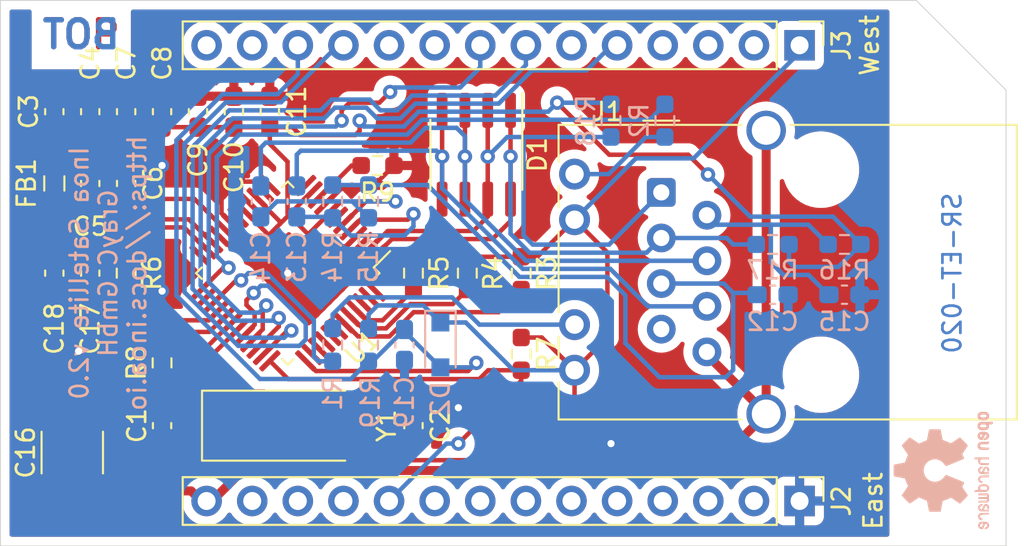
<source format=kicad_pcb>
(kicad_pcb (version 20211014) (generator pcbnew)
  (layers (0 "F.Cu" signal) (31 "B.Cu" signal) (34 "B.Paste" user) (35 "F.Paste" user) (36 "B.SilkS" user "B.Silkscreen") (37 "F.SilkS" user "F.Silkscreen") (38 "B.Mask" user) (39 "F.Mask" user) (44 "Edge.Cuts" user))
  (net 0 "")
  (net 14 "Net-(J1-Pad11)")
  (net 15 "Net-(J1-Pad9)")
  (net 16 "Net-(C2-Pad1)")
  (net 17 "Net-(C1-Pad1)")
  (net 18 "RXP")
  (net 19 "RXN")
  (net 20 "+3V3")
  (net 21 "LED_LINK")
  (net 22 "LED_ACT")
  (net 23 "Net-(R3-Pad2)")
  (net 24 "Net-(R4-Pad2)")
  (net 25 "Net-(R5-Pad2)")
  (net 26 "SPI_MOSI")
  (net 27 "SPI_MISO")
  (net 28 "SPI_CLK")
  (net 29 "LAN_CS")
  (net 30 "GND")
  (net 47 "Net-(C5-Pad1)")
  (net 48 "Net-(C6-Pad1)")
  (net 49 "GNDPWR")
  (net 50 "+3.3VA")
  (net 51 "Net-(R9-Pad1)")
  (net 53 "LAN_Int")
  (net 56 "LAN_Reset")
  (net 57 "Net-(R6-Pad1)")
  (net 58 "RCT")
  (net 59 "TCT")
  (net 60 "TD+")
  (net 61 "TD-")
  (net 62 "RD+")
  (net 63 "RD-")
  (footprint "Crystal:Crystal_SMD_0603-2Pin_6.0x3.5mm_HandSoldering" (layer "F.Cu") (at 116 103.5)
    (fp_text reference "Y1")
    (fp_text value "25MHz")
  )
  (footprint "Package_SO:SOIC-8_3.9x4.9mm_P1.27mm" (layer "F.Cu") (at 126.5 88.4 -90)
    (fp_text reference "D1")
    (fp_text value "CDNBS08-SLVU2.8-4")
  )
  (footprint "Resistor_SMD:R_0603_1608Metric_Pad0.98x0.95mm_HandSolder" (layer "F.Cu") (at 129 95 -90)
    (fp_text reference "R3")
    (fp_text value "10k")
  )
  (footprint "Resistor_SMD:R_0603_1608Metric_Pad0.98x0.95mm_HandSolder" (layer "F.Cu") (at 123 95 -90)
    (fp_text reference "R5")
    (fp_text value "10k")
  )
  (footprint "Resistor_SMD:R_0603_1608Metric_Pad0.98x0.95mm_HandSolder" (layer "F.Cu") (at 129 99.5 -90)
    (fp_text reference "R7")
    (fp_text value "10k")
  )
  (footprint "Connector_PinHeader_2.54mm:PinHeader_1x14_P2.54mm_Vertical" (layer "F.Cu") (at 144.5 82.3 -90)
    (fp_text reference "J3")
    (fp_text value "West")
  )
  (footprint "Capacitor_SMD:C_0603_1608Metric_Pad1.08x0.95mm_HandSolder" (layer "F.Cu") (at 109 103.5 -90)
    (fp_text reference "C1")
    (fp_text value "18pF")
  )
  (footprint "Capacitor_SMD:C_0603_1608Metric_Pad1.08x0.95mm_HandSolder" (layer "F.Cu") (at 123 103.5 90)
    (fp_text reference "C2")
    (fp_text value "18pF")
  )
  (footprint "Capacitor_SMD:C_0603_1608Metric_Pad1.08x0.95mm_HandSolder" (layer "F.Cu") (at 107 90 90)
    (fp_text reference "C6")
    (fp_text value "4u7")
  )
  (footprint "Capacitor_SMD:C_0603_1608Metric_Pad1.08x0.95mm_HandSolder" (layer "F.Cu") (at 105 90 90)
    (fp_text reference "C5")
    (fp_text value "10nF")
  )
  (footprint "Connector_RJ:RJ45_Wuerth_7499010121A_Horizontal" (layer "F.Cu") (at 136.8 90.5)
    (fp_text reference "J1")
    (fp_text value "Wuerth_7499010121A")
  )
  (footprint "Connector_PinHeader_2.54mm:PinHeader_1x14_P2.54mm_Vertical" (layer "F.Cu") (at 144.5 107.7 -90)
    (fp_text reference "J2")
    (fp_text value "East")
  )
  (footprint "Capacitor_SMD:C_1812_4532Metric_Pad1.57x3.40mm_HandSolder" (layer "F.Cu") (at 104 105 -90)
    (fp_text reference "C16")
    (fp_text value "1nF 2kV")
  )
  (footprint "Capacitor_SMD:C_0603_1608Metric_Pad1.08x0.95mm_HandSolder" (layer "F.Cu") (at 111 86 90)
    (fp_text reference "C9")
    (fp_text value "0u1")
  )
  (footprint "Capacitor_SMD:C_0603_1608Metric_Pad1.08x0.95mm_HandSolder" (layer "F.Cu") (at 113 86 90)
    (fp_text reference "C10")
    (fp_text value "0u1")
  )
  (footprint "Capacitor_SMD:C_0603_1608Metric_Pad1.08x0.95mm_HandSolder" (layer "F.Cu") (at 115 86 90)
    (fp_text reference "C11")
    (fp_text value "10uF")
  )
  (footprint "Capacitor_SMD:C_0603_1608Metric_Pad1.08x0.95mm_HandSolder" (layer "F.Cu") (at 105 95 -90)
    (fp_text reference "C17")
    (fp_text value "10nF")
  )
  (footprint "Capacitor_SMD:C_0603_1608Metric_Pad1.08x0.95mm_HandSolder" (layer "F.Cu") (at 103 95 -90)
    (fp_text reference "C18")
    (fp_text value "0u1")
  )
  (footprint "Resistor_SMD:R_0603_1608Metric_Pad0.98x0.95mm_HandSolder" (layer "F.Cu") (at 121 89)
    (fp_text reference "R9")
    (fp_text value "12k4 1%")
  )
  (footprint "Resistor_SMD:R_0603_1608Metric_Pad0.98x0.95mm_HandSolder" (layer "F.Cu") (at 109 100 90)
    (fp_text reference "R8")
    (fp_text value "1M")
  )
  (footprint "Resistor_SMD:R_0603_1608Metric_Pad0.98x0.95mm_HandSolder" (layer "F.Cu") (at 126 95 -90)
    (fp_text reference "R4")
    (fp_text value "10k")
  )
  (footprint "Capacitor_SMD:C_0603_1608Metric_Pad1.08x0.95mm_HandSolder" (layer "F.Cu") (at 105 86 90)
    (fp_text reference "C4")
    (fp_text value "0u1")
  )
  (footprint "Capacitor_SMD:C_0603_1608Metric_Pad1.08x0.95mm_HandSolder" (layer "F.Cu") (at 107 86 90)
    (fp_text reference "C7")
    (fp_text value "0u1")
  )
  (footprint "Capacitor_SMD:C_0603_1608Metric_Pad1.08x0.95mm_HandSolder" (layer "F.Cu") (at 109 86 90)
    (fp_text reference "C8")
    (fp_text value "0u1")
  )
  (footprint "Resistor_SMD:R_0603_1608Metric_Pad0.98x0.95mm_HandSolder" (layer "F.Cu") (at 107 95 -90)
    (fp_text reference "R6")
    (fp_text value "10k")
  )
  (footprint "Package_QFP:LQFP-48_7x7mm_P0.5mm" (layer "F.Cu") (at 116 95 -135)
    (fp_text reference "U1")
    (fp_text value "W5500")
  )
  (footprint "Capacitor_SMD:C_0603_1608Metric_Pad1.08x0.95mm_HandSolder" (layer "F.Cu") (at 103 86 90)
    (fp_text reference "C3")
    (fp_text value "0u1")
  )
  (footprint "Inductor_SMD:L_0805_2012Metric" (layer "F.Cu") (at 103 90 90)
    (fp_text reference "FB1")
    (fp_text value "120R@100MHz")
  )
  (footprint "Resistor_SMD:R_0603_1608Metric_Pad0.98x0.95mm_HandSolder" (layer "B.Cu") (at 118.5 99 90)
    (fp_text reference "R1")
    (fp_text value "330R")
  )
  (footprint "Resistor_SMD:R_0603_1608Metric_Pad0.98x0.95mm_HandSolder" (layer "B.Cu") (at 137 86.5 -90)
    (fp_text reference "R2")
    (fp_text value "330R")
  )
  (footprint "Capacitor_SMD:C_0603_1608Metric_Pad1.08x0.95mm_HandSolder" (layer "B.Cu") (at 143 96.2 180)
    (fp_text reference "C12")
    (fp_text value "10nF")
  )
  (footprint "Capacitor_SMD:C_0603_1608Metric_Pad1.08x0.95mm_HandSolder" (layer "B.Cu") (at 114.5 91 90)
    (fp_text reference "C14")
    (fp_text value "6n8")
  )
  (footprint "Capacitor_SMD:C_0603_1608Metric_Pad1.08x0.95mm_HandSolder" (layer "B.Cu") (at 147 96.2 180)
    (fp_text reference "C15")
    (fp_text value "22nF")
  )
  (footprint "Resistor_SMD:R_0603_1608Metric_Pad0.98x0.95mm_HandSolder" (layer "B.Cu") (at 118.5 91 -90)
    (fp_text reference "R14")
    (fp_text value "82R 1%")
  )
  (footprint "Resistor_SMD:R_0603_1608Metric_Pad0.98x0.95mm_HandSolder" (layer "B.Cu") (at 120.5 91 -90)
    (fp_text reference "R15")
    (fp_text value "82R 1%")
  )
  (footprint "Resistor_SMD:R_0603_1608Metric_Pad0.98x0.95mm_HandSolder" (layer "B.Cu") (at 147 93.4)
    (fp_text reference "R16")
    (fp_text value "10R 1%")
  )
  (footprint "Resistor_SMD:R_0603_1608Metric_Pad0.98x0.95mm_HandSolder" (layer "B.Cu") (at 143 93.4)
    (fp_text reference "R17")
    (fp_text value "49R9 1%")
  )
  (footprint "Resistor_SMD:R_0603_1608Metric_Pad0.98x0.95mm_HandSolder" (layer "B.Cu") (at 134 86.5 90)
    (fp_text reference "R18")
    (fp_text value "49R9 1%")
  )
  (footprint "Capacitor_SMD:C_0603_1608Metric_Pad1.08x0.95mm_HandSolder" (layer "B.Cu") (at 116.5 91 90)
    (fp_text reference "C13")
    (fp_text value "6n8")
  )
  (footprint "Capacitor_SMD:C_0603_1608Metric_Pad1.08x0.95mm_HandSolder" (layer "B.Cu") (at 122.5 99 -90)
    (fp_text reference "C19")
    (fp_text value "0u1")
  )
  (footprint "Diode_SMD:D_SOD-323_HandSoldering" (layer "B.Cu") (at 124.5 99 -90)
    (fp_text reference "D2")
    (fp_text value "1N4148")
  )
  (footprint "footprints:grayc-logo-negative" (layer "B.Cu") (at 103 106.5 180)
    (fp_text reference "G1" hide)
    (fp_text value "LOGO" hide)
  )
  (footprint "Resistor_SMD:R_0603_1608Metric_Pad0.98x0.95mm_HandSolder" (layer "B.Cu") (at 120.5 99 -90)
    (fp_text reference "R19")
    (fp_text value "10k")
  )
  (footprint "Symbol:OSHW-Logo2_7.3x6mm_SilkScreen" (layer "B.Cu") (at 152.5 106 -90)
    (fp_text reference "G2" hide)
    (fp_text value "Logo_Open_Hardware_Small" hide)
  )
  (gr_line (start 100 110.2) (end 100 79.8) (layer "Edge.Cuts") (width 0.05))
  (gr_line (start 156 84.8) (end 156 110.2) (layer "Edge.Cuts") (width 0.05))
  (gr_line (start 156 84.8) (end 151 79.8) (layer "Edge.Cuts") (width 0.05))
  (gr_line (start 156 110.2) (end 100 110.2) (layer "Edge.Cuts") (width 0.05))
  (gr_line (start 100 79.8) (end 151 79.8) (layer "Edge.Cuts") (width 0.05))
  (gr_text "TOP" (at 104.5 81.7) (layer "F.Cu") (effects (font (size 1.5 1.5) (thickness 0.3))))
  (gr_text "BOT" (at 104.5 81.7) (layer "B.Cu") (effects (font (size 1.5 1.5) (thickness 0.3)) (justify mirror)))
  (gr_text "SR-ET-020" (at 153 95 90) (layer "B.Cu") (effects (font (size 1 1)) (justify mirror)))
  (gr_text "Inoa Satellite v2.0\nGrayC GmbH\nhttps://docs.inoa.io" (at 106 95 90) (layer "B.SilkS") (effects (font (size 1 1)) (justify mirror)))
  (segment (start 126.67 97.87) (end 131.97 97.87) (width 0.25) (layer "B.Cu") (net 14))
  (segment (start 119.45001 96.34999) (end 125.14999 96.34999) (width 0.25) (layer "B.Cu") (net 14))
  (segment (start 118.5 97.3) (end 119.45001 96.34999) (width 0.25) (layer "B.Cu") (net 14))
  (segment (start 125.14999 96.34999) (end 126.67 97.87) (width 0.25) (layer "B.Cu") (net 14))
  (segment (start 118.5 98.0875) (end 118.5 97.3) (width 0.25) (layer "B.Cu") (net 14))
  (segment (start 135.94109 87.4125) (end 137 87.4125) (width 0.25) (layer "B.Cu") (net 15))
  (segment (start 133.87359 89.48) (end 135.94109 87.4125) (width 0.25) (layer "B.Cu") (net 15))
  (segment (start 131.97 89.48) (end 133.87359 89.48) (width 0.25) (layer "B.Cu") (net 15))
  (segment (start 111.1 101.6) (end 114.685002 101.6) (width 0.25) (layer "F.Cu") (net 16))
  (segment (start 113.233445 98.120109) (end 110.441054 100.9125) (width 0.25) (layer "F.Cu") (net 16))
  (segment (start 110.441054 100.9125) (end 109 100.9125) (width 0.25) (layer "F.Cu") (net 16))
  (segment (start 121.7625 104.3625) (end 123 104.3625) (width 0.25) (layer "F.Cu") (net 16))
  (segment (start 110.441054 100.9125) (end 110.441054 100.941054) (width 0.25) (layer "F.Cu") (net 16))
  (segment (start 118.9125 103.5) (end 120.9 103.5) (width 0.25) (layer "F.Cu") (net 16))
  (segment (start 116.585002 103.5) (end 118.9125 103.5) (width 0.25) (layer "F.Cu") (net 16))
  (segment (start 120.9 103.5) (end 121.7625 104.3625) (width 0.25) (layer "F.Cu") (net 16))
  (segment (start 114.685002 101.6) (end 116.585002 103.5) (width 0.25) (layer "F.Cu") (net 16))
  (segment (start 110.441054 100.941054) (end 111.1 101.6) (width 0.25) (layer "F.Cu") (net 16))
  (segment (start 109 102.6375) (end 112.225 102.6375) (width 0.25) (layer "F.Cu") (net 17))
  (segment (start 112.879891 97.766555) (end 112.844551 97.766555) (width 0.25) (layer "F.Cu") (net 17))
  (segment (start 112.844551 97.766555) (end 111.523606 99.0875) (width 0.25) (layer "F.Cu") (net 17))
  (segment (start 108.1125 99.0875) (end 109 99.0875) (width 0.25) (layer "F.Cu") (net 17))
  (segment (start 107.6 102.2) (end 108.0375 102.6375) (width 0.25) (layer "F.Cu") (net 17))
  (segment (start 107.6 99.6) (end 108.1125 99.0875) (width 0.25) (layer "F.Cu") (net 17))
  (segment (start 112.225 102.6375) (end 113.0875 103.5) (width 0.25) (layer "F.Cu") (net 17))
  (segment (start 108.0375 102.6375) (end 109 102.6375) (width 0.25) (layer "F.Cu") (net 17))
  (segment (start 107.6 99.6) (end 107.6 102.2) (width 0.25) (layer "F.Cu") (net 17))
  (segment (start 111.523606 99.0875) (end 109 99.0875) (width 0.25) (layer "F.Cu") (net 17))
  (segment (start 122 91) (end 120.353554 91) (width 0.25) (layer "F.Cu") (net 18))
  (segment (start 120.353554 91) (end 119.120109 92.233445) (width 0.25) (layer "F.Cu") (net 18))
  (via (at 122 91) (size 0.8) (drill 0.4) (layers "F.Cu" "B.Cu") (net 18))
  (segment (start 114.5375 91.8625) (end 115.4 91) (width 0.25) (layer "B.Cu") (net 18))
  (segment (start 119.5875 91) (end 120.5 91.9125) (width 0.25) (layer "B.Cu") (net 18))
  (segment (start 114.5 91.8625) (end 114.5375 91.8625) (width 0.25) (layer "B.Cu") (net 18))
  (segment (start 119.5875 91) (end 122 91) (width 0.25) (layer "B.Cu") (net 18))
  (segment (start 115.4 91) (end 119.5875 91) (width 0.25) (layer "B.Cu") (net 18))
  (segment (start 119.473662 92.586998) (end 120.04161 92.01905) (width 0.25) (layer "F.Cu") (net 19))
  (segment (start 122.68095 92.01905) (end 123 91.7) (width 0.25) (layer "F.Cu") (net 19))
  (segment (start 120.04161 92.01905) (end 122.68095 92.01905) (width 0.25) (layer "F.Cu") (net 19))
  (via (at 123 91.7) (size 0.8) (drill 0.4) (layers "F.Cu" "B.Cu") (net 19))
  (segment (start 119.5 92.9) (end 118.5125 91.9125) (width 0.25) (layer "B.Cu") (net 19))
  (segment (start 123 91.7) (end 123 92.4) (width 0.25) (layer "B.Cu") (net 19))
  (segment (start 118.5125 91.9125) (end 118.5 91.9125) (width 0.25) (layer "B.Cu") (net 19))
  (segment (start 118.45 91.8625) (end 118.5 91.9125) (width 0.25) (layer "B.Cu") (net 19))
  (segment (start 122.5 92.9) (end 119.5 92.9) (width 0.25) (layer "B.Cu") (net 19))
  (segment (start 116.5 91.8625) (end 118.45 91.8625) (width 0.25) (layer "B.Cu") (net 19))
  (segment (start 123 92.4) (end 122.5 92.9) (width 0.25) (layer "B.Cu") (net 19))
  (segment (start 103 91.0625) (end 103 94.1375) (width 0.25) (layer "F.Cu") (net 20))
  (segment (start 131.97 100.41) (end 130.1475 98.5875) (width 0.25) (layer "F.Cu") (net 20))
  (segment (start 101.7 97.6) (end 101.7 94.5) (width 0.25) (layer "F.Cu") (net 20))
  (segment (start 126 94.0875) (end 129 94.0875) (width 0.25) (layer "F.Cu") (net 20))
  (segment (start 102.42499 105.42499) (end 101.7 104.7) (width 0.25) (layer "F.Cu") (net 20))
  (segment (start 131.97 92.02) (end 129.9025 94.0875) (width 0.25) (layer "F.Cu") (net 20))
  (segment (start 130.1475 98.5875) (end 129 98.5875) (width 0.25) (layer "F.Cu") (net 20))
  (segment (start 111.604838 97.627396) (end 101.727396 97.627396) (width 0.25) (layer "F.Cu") (net 20))
  (segment (start 129.9025 94.0875) (end 129 94.0875) (width 0.25) (layer "F.Cu") (net 20))
  (segment (start 133.8 93.85) (end 131.97 92.02) (width 0.25) (layer "F.Cu") (net 20))
  (segment (start 131.97 100.41) (end 131.97 104.23) (width 0.25) (layer "F.Cu") (net 20))
  (segment (start 103 94.1375) (end 105 94.1375) (width 0.25) (layer "F.Cu") (net 20))
  (segment (start 102.0625 94.1375) (end 103 94.1375) (width 0.25) (layer "F.Cu") (net 20))
  (segment (start 131.97 100.41) (end 133.8 98.58) (width 0.25) (layer "F.Cu") (net 20))
  (segment (start 123 94.0875) (end 126 94.0875) (width 0.25) (layer "F.Cu") (net 20))
  (segment (start 112.172785 97.059449) (end 111.604838 97.627396) (width 0.25) (layer "F.Cu") (net 20))
  (segment (start 101.727396 97.627396) (end 101.7 97.6) (width 0.25) (layer "F.Cu") (net 20))
  (segment (start 101.7 94.5) (end 102.0625 94.1375) (width 0.25) (layer "F.Cu") (net 20))
  (segment (start 101.7 104.7) (end 101.7 97.6) (width 0.25) (layer "F.Cu") (net 20))
  (segment (start 130.77501 105.42499) (end 102.42499 105.42499) (width 0.25) (layer "F.Cu") (net 20))
  (segment (start 131.97 104.23) (end 130.77501 105.42499) (width 0.25) (layer "F.Cu") (net 20))
  (segment (start 133.8 98.58) (end 133.8 93.85) (width 0.25) (layer "F.Cu") (net 20))
  (segment (start 144.5 82) (end 144.5 82.7) (width 0.25) (layer "B.Cu") (net 20))
  (segment (start 120.5 98.0875) (end 120.5 97.3) (width 0.25) (layer "B.Cu") (net 20))
  (segment (start 120.5 97.3) (end 121 96.8) (width 0.25) (layer "B.Cu") (net 20))
  (segment (start 123.55 96.8) (end 124.5 97.75) (width 0.25) (layer "B.Cu") (net 20))
  (segment (start 144.5 82.7) (end 138.6 88.6) (width 0.25) (layer "B.Cu") (net 20))
  (segment (start 121 96.8) (end 123.55 96.8) (width 0.25) (layer "B.Cu") (net 20))
  (segment (start 125.91359 97.75) (end 128.57359 100.41) (width 0.25) (layer "B.Cu") (net 20))
  (segment (start 124.5 97.75) (end 125.91359 97.75) (width 0.25) (layer "B.Cu") (net 20))
  (segment (start 135.39 88.6) (end 131.97 92.02) (width 0.25) (layer "B.Cu") (net 20))
  (segment (start 128.57359 100.41) (end 131.97 100.41) (width 0.25) (layer "B.Cu") (net 20))
  (segment (start 138.6 88.6) (end 135.39 88.6) (width 0.25) (layer "B.Cu") (net 20))
  (segment (start 111.112124 95.998788) (end 112.410912 94.7) (width 0.25) (layer "F.Cu") (net 21))
  (segment (start 112.410912 94.7) (end 112.7 94.7) (width 0.25) (layer "F.Cu") (net 21))
  (via (at 112.7 94.7) (size 0.8) (drill 0.4) (layers "F.Cu" "B.Cu") (net 21))
  (segment (start 122.652181 87.274999) (end 123.477189 86.449991) (width 0.25) (layer "B.Cu") (net 21))
  (segment (start 112.05001 94.05001) (end 112.05001 88.52281) (width 0.25) (layer "B.Cu") (net 21))
  (segment (start 137 85.6) (end 137 85.5875) (width 0.25) (layer "B.Cu") (net 21))
  (segment (start 113.297821 87.274999) (end 122.652181 87.274999) (width 0.25) (layer "B.Cu") (net 21))
  (segment (start 123.64999 86.44999) (end 136.15001 86.44999) (width 0.25) (layer "B.Cu") (net 21))
  (segment (start 112.7 94.7) (end 112.05001 94.05001) (width 0.25) (layer "B.Cu") (net 21))
  (segment (start 123.477189 86.449991) (end 123.64999 86.44999) (width 0.25) (layer "B.Cu") (net 21))
  (segment (start 112.05001 88.52281) (end 113.297821 87.274999) (width 0.25) (layer "B.Cu") (net 21))
  (segment (start 136.15001 86.44999) (end 137 85.6) (width 0.25) (layer "B.Cu") (net 21))
  (segment (start 111.819231 96.705895) (end 113.125126 95.4) (width 0.25) (layer "F.Cu") (net 22))
  (segment (start 113.125126 95.4) (end 113.4 95.4) (width 0.25) (layer "F.Cu") (net 22))
  (via (at 113.4 95.4) (size 0.8) (drill 0.4) (layers "F.Cu" "B.Cu") (net 22))
  (segment (start 113.799999 95.000001) (end 114.836411 95.000001) (width 0.25) (layer "B.Cu") (net 22))
  (segment (start 113.4 95.4) (end 113.799999 95.000001) (width 0.25) (layer "B.Cu") (net 22))
  (segment (start 117.7125 99.9125) (end 118.5 99.9125) (width 0.25) (layer "B.Cu") (net 22))
  (segment (start 114.836411 95.000001) (end 117.45001 97.6136) (width 0.25) (layer "B.Cu") (net 22))
  (segment (start 117.45001 99.65001) (end 117.7125 99.9125) (width 0.25) (layer "B.Cu") (net 22))
  (segment (start 117.45001 97.6136) (end 117.45001 99.65001) (width 0.25) (layer "B.Cu") (net 22))
  (segment (start 123.0103 97.17502) (end 127.73748 97.17502) (width 0.25) (layer "F.Cu") (net 23))
  (segment (start 121.657906 98.527414) (end 123.0103 97.17502) (width 0.25) (layer "F.Cu") (net 23))
  (segment (start 119.155449 97.766555) (end 119.916308 98.527414) (width 0.25) (layer "F.Cu") (net 23))
  (segment (start 119.916308 98.527414) (end 121.657906 98.527414) (width 0.25) (layer "F.Cu") (net 23))
  (segment (start 119.120109 97.766555) (end 119.155449 97.766555) (width 0.25) (layer "F.Cu") (net 23))
  (segment (start 127.73748 97.17502) (end 129 95.9125) (width 0.25) (layer "F.Cu") (net 23))
  (segment (start 122.8239 96.72501) (end 125.18749 96.72501) (width 0.25) (layer "F.Cu") (net 24))
  (segment (start 120.173406 98.077406) (end 121.471505 98.077405) (width 0.25) (layer "F.Cu") (net 24))
  (segment (start 125.18749 96.72501) (end 126 95.9125) (width 0.25) (layer "F.Cu") (net 24))
  (segment (start 119.509002 97.413002) (end 120.173406 98.077406) (width 0.25) (layer "F.Cu") (net 24))
  (segment (start 121.471505 98.077405) (end 122.8239 96.72501) (width 0.25) (layer "F.Cu") (net 24))
  (segment (start 119.473662 97.413002) (end 119.509002 97.413002) (width 0.25) (layer "F.Cu") (net 24))
  (segment (start 119.862557 97.059449) (end 120.430504 97.627396) (width 0.25) (layer "F.Cu") (net 25))
  (segment (start 120.430504 97.627396) (end 121.285104 97.627396) (width 0.25) (layer "F.Cu") (net 25))
  (segment (start 119.827215 97.059449) (end 119.862557 97.059449) (width 0.25) (layer "F.Cu") (net 25))
  (segment (start 121.285104 97.627396) (end 123 95.9125) (width 0.25) (layer "F.Cu") (net 25))
  (segment (start 115.98198 98.2) (end 116.2 98.2) (width 0.25) (layer "F.Cu") (net 26))
  (segment (start 114.647658 99.534322) (end 115.98198 98.2) (width 0.25) (layer "F.Cu") (net 26))
  (via (at 116.2 98.2) (size 0.8) (drill 0.4) (layers "F.Cu" "B.Cu") (net 26))
  (segment (start 120.561399 85.324989) (end 118.4386 85.32499) (width 0.25) (layer "B.Cu") (net 26))
  (segment (start 110.69998 95.8728) (end 113.427179 98.599999) (width 0.25) (layer "B.Cu") (net 26))
  (segment (start 117.838621 85.924969) (end 112.738621 85.924969) (width 0.25) (layer "B.Cu") (net 26))
  (segment (start 112.738621 85.924969) (end 110.699981 87.963609) (width 0.25) (layer "B.Cu") (net 26))
  (segment (start 121.161379 85.924969) (end 120.561399 85.324989) (width 0.25) (layer "B.Cu") (net 26))
  (segment (start 122.917989 85.099961) (end 122.092981 85.924969) (width 0.25) (layer "B.Cu") (net 26))
  (segment (start 129.26 83.4) (end 127.56004 85.09996) (width 0.25) (layer "B.Cu") (net 26))
  (segment (start 129.26 82.3) (end 129.26 83.4) (width 0.25) (layer "B.Cu") (net 26))
  (segment (start 127.56004 85.09996) (end 122.917989 85.099961) (width 0.25) (layer "B.Cu") (net 26))
  (segment (start 113.427179 98.599999) (end 115.800001 98.599999) (width 0.25) (layer "B.Cu") (net 26))
  (segment (start 122.092981 85.924969) (end 121.161379 85.924969) (width 0.25) (layer "B.Cu") (net 26))
  (segment (start 115.800001 98.599999) (end 116.2 98.2) (width 0.25) (layer "B.Cu") (net 26))
  (segment (start 118.4386 85.32499) (end 117.838621 85.924969) (width 0.25) (layer "B.Cu") (net 26))
  (segment (start 110.699981 87.963609) (end 110.69998 95.8728) (width 0.25) (layer "B.Cu") (net 26))
  (segment (start 114.294105 99.180769) (end 115.5 97.974874) (width 0.25) (layer "F.Cu") (net 27))
  (segment (start 115.5 97.974874) (end 115.5 97.5) (width 0.25) (layer "F.Cu") (net 27))
  (via (at 115.5 97.5) (size 0.8) (drill 0.4) (layers "F.Cu" "B.Cu") (net 27))
  (segment (start 115.349991 97.650009) (end 113.113598 97.650008) (width 0.25) (layer "B.Cu") (net 27))
  (segment (start 118.625001 85.774999) (end 120.374999 85.774999) (width 0.25) (layer "B.Cu") (net 27))
  (segment (start 111.14999 88.15001) (end 112.925021 86.374979) (width 0.25) (layer "B.Cu") (net 27))
  (segment (start 128.69639 84.60002) (end 129.59641 83.7) (width 0.25) (layer "B.Cu") (net 27))
  (segment (start 118.025021 86.374979) (end 118.625001 85.774999) (width 0.25) (layer "B.Cu") (net 27))
  (segment (start 113.113598 97.650008) (end 111.14999 95.6864) (width 0.25) (layer "B.Cu") (net 27))
  (segment (start 120.374999 85.774999) (end 120.974979 86.374979) (width 0.25) (layer "B.Cu") (net 27))
  (segment (start 127.74644 85.54997) (end 128.69639 84.60002) (width 0.25) (layer "B.Cu") (net 27))
  (segment (start 123.10439 85.54997) (end 127.74644 85.54997) (width 0.25) (layer "B.Cu") (net 27))
  (segment (start 111.14999 95.6864) (end 111.14999 88.15001) (width 0.25) (layer "B.Cu") (net 27))
  (segment (start 129.59641 83.7) (end 132.64 83.7) (width 0.25) (layer "B.Cu") (net 27))
  (segment (start 112.925021 86.374979) (end 118.025021 86.374979) (width 0.25) (layer "B.Cu") (net 27))
  (segment (start 132.64 83.7) (end 134.34 82) (width 0.25) (layer "B.Cu") (net 27))
  (segment (start 122.279381 86.374979) (end 123.10439 85.54997) (width 0.25) (layer "B.Cu") (net 27))
  (segment (start 115.5 97.5) (end 115.349991 97.650009) (width 0.25) (layer "B.Cu") (net 27))
  (segment (start 120.974979 86.374979) (end 122.279381 86.374979) (width 0.25) (layer "B.Cu") (net 27))
  (segment (start 114.604956 96.995044) (end 114.8 96.8) (width 0.25) (layer "F.Cu") (net 28))
  (segment (start 119 86.5) (end 119 85.934315) (width 0.25) (layer "F.Cu") (net 28))
  (segment (start 119 85.934315) (end 119.434315 85.5) (width 0.25) (layer "F.Cu") (net 28))
  (segment (start 119.434315 85.5) (end 121.1 85.5) (width 0.25) (layer "F.Cu") (net 28))
  (segment (start 114.604956 98.12747) (end 114.604956 96.995044) (width 0.25) (layer "F.Cu") (net 28))
  (segment (start 113.940551 98.791875) (end 114.604956 98.12747) (width 0.25) (layer "F.Cu") (net 28))
  (segment (start 121.1 85.5) (end 121.7 84.9) (width 0.25) (layer "F.Cu") (net 28))
  (via (at 121.7 84.9) (size 0.8) (drill 0.4) (layers "F.Cu" "B.Cu") (net 28))
  (via (at 119 86.5) (size 0.8) (drill 0.4) (layers "F.Cu" "B.Cu") (net 28))
  (via (at 114.8 96.8) (size 0.8) (drill 0.4) (layers "F.Cu" "B.Cu") (net 28))
  (segment (start 126.72 82.3) (end 126.72 83.529951) (width 0.25) (layer "B.Cu") (net 28))
  (segment (start 111.6 95.5) (end 111.6 88.33641) (width 0.25) (layer "B.Cu") (net 28))
  (segment (start 111.6 88.33641) (end 113.111421 86.824989) (width 0.25) (layer "B.Cu") (net 28))
  (segment (start 126.72 83.529951) (end 125.599999 84.649952) (width 0.25) (layer "B.Cu") (net 28))
  (segment (start 113.299999 97.199999) (end 111.6 95.5) (width 0.25) (layer "B.Cu") (net 28))
  (segment (start 118.675011 86.824989) (end 119 86.5) (width 0.25) (layer "B.Cu") (net 28))
  (segment (start 114.8 96.8) (end 114.400001 97.199999) (width 0.25) (layer "B.Cu") (net 28))
  (segment (start 114.400001 97.199999) (end 113.299999 97.199999) (width 0.25) (layer "B.Cu") (net 28))
  (segment (start 121.950048 84.649952) (end 121.7 84.9) (width 0.25) (layer "B.Cu") (net 28))
  (segment (start 125.599998 84.649952) (end 121.950048 84.649952) (width 0.25) (layer "B.Cu") (net 28))
  (segment (start 113.111421 86.824989) (end 118.675011 86.824989) (width 0.25) (layer "B.Cu") (net 28))
  (segment (start 114.154946 97.227948) (end 113.700001 96.773003) (width 0.25) (layer "F.Cu") (net 29))
  (segment (start 113.700001 96.773003) (end 113.700001 96.499999) (width 0.25) (layer "F.Cu") (net 29))
  (segment (start 113.586998 98.438322) (end 114.154946 97.870374) (width 0.25) (layer "F.Cu") (net 29))
  (segment (start 114.154946 97.870374) (end 114.154946 97.227948) (width 0.25) (layer "F.Cu") (net 29))
  (segment (start 113.586998 98.473662) (end 113.586998 98.438322) (width 0.25) (layer "F.Cu") (net 29))
  (segment (start 113.700001 96.499999) (end 114.1 96.1) (width 0.25) (layer "F.Cu") (net 29))
  (via (at 114.1 96.1) (size 0.8) (drill 0.4) (layers "F.Cu" "B.Cu") (net 29))
  (segment (start 115.625041 85.474959) (end 116.45005 84.64995) (width 0.25) (layer "B.Cu") (net 29))
  (segment (start 116.649991 99.050009) (end 113.240778 99.050008) (width 0.25) (layer "B.Cu") (net 29))
  (segment (start 110.249971 96.059199) (end 110.249972 87.777208) (width 0.25) (layer "B.Cu") (net 29))
  (segment (start 117 97.8) (end 117 98.7) (width 0.25) (layer "B.Cu") (net 29))
  (segment (start 119.1 82) (end 116.45005 84.64995) (width 0.25) (layer "B.Cu") (net 29))
  (segment (start 114.9 95.7) (end 117 97.8) (width 0.25) (layer "B.Cu") (net 29))
  (segment (start 114.1 96.1) (end 114.5 95.7) (width 0.25) (layer "B.Cu") (net 29))
  (segment (start 113.240778 99.050008) (end 110.249971 96.059199) (width 0.25) (layer "B.Cu") (net 29))
  (segment (start 112.552221 85.474959) (end 115.625041 85.474959) (width 0.25) (layer "B.Cu") (net 29))
  (segment (start 114.5 95.7) (end 114.9 95.7) (width 0.25) (layer "B.Cu") (net 29))
  (segment (start 110.249972 87.777208) (end 112.552221 85.474959) (width 0.25) (layer "B.Cu") (net 29))
  (segment (start 117 98.7) (end 116.649991 99.050009) (width 0.25) (layer "B.Cu") (net 29))
  (segment (start 104.35 99.35) (end 104 99.7) (width 0.25) (layer "F.Cu") (net 30))
  (segment (start 111.62901 98.27499) (end 105.42501 98.27499) (width 0.25) (layer "F.Cu") (net 30))
  (segment (start 112.490998 97.413002) (end 111.62901 98.27499) (width 0.25) (layer "F.Cu") (net 30))
  (segment (start 112.311944 91.665498) (end 112.879891 92.233445) (width 0.25) (layer "F.Cu") (net 30))
  (segment (start 104 99.7) (end 104 102.8625) (width 0.25) (layer "F.Cu") (net 30))
  (segment (start 114.647658 90.430336) (end 114.115052 89.89773) (width 0.25) (layer "F.Cu") (net 30))
  (segment (start 118.474874 95) (end 116 95) (width 0.25) (layer "F.Cu") (net 30))
  (segment (start 120.887876 95.998788) (end 119.889088 95) (width 0.25) (layer "F.Cu") (net 30))
  (segment (start 118.967574 90.3) (end 120.6125 90.3) (width 0.25) (layer "F.Cu") (net 30))
  (segment (start 112.311944 90.788056) (end 112.311944 91.665498) (width 0.25) (layer "F.Cu") (net 30))
  (segment (start 114.115052 89.89773) (end 113.20227 89.89773) (width 0.25) (layer "F.Cu") (net 30))
  (segment (start 119.889088 95) (end 118.474874 95) (width 0.25) (layer "F.Cu") (net 30))
  (segment (start 114.647658 90.465678) (end 114.647658 90.430336) (width 0.25) (layer "F.Cu") (net 30))
  (segment (start 113.20227 89.89773) (end 112.95 90.15) (width 0.25) (layer "F.Cu") (net 30))
  (segment (start 120.6125 90.3) (end 121.9125 89) (width 0.25) (layer "F.Cu") (net 30))
  (segment (start 118.094789 91.172785) (end 118.967574 90.3) (width 0.25) (layer "F.Cu") (net 30))
  (segment (start 120.180769 93.294105) (end 118.474874 95) (width 0.25) (layer "F.Cu") (net 30))
  (segment (start 113.940551 91.140551) (end 112.95 90.15) (width 0.25) (layer "F.Cu") (net 30))
  (segment (start 118.059449 91.172785) (end 118.094789 91.172785) (width 0.25) (layer "F.Cu") (net 30))
  (segment (start 105.42501 98.27499) (end 104.35 99.35) (width 0.25) (layer "F.Cu") (net 30))
  (segment (start 112.95 90.15) (end 112.311944 90.788056) (width 0.25) (layer "F.Cu") (net 30))
  (via (at 116 95) (size 0.8) (drill 0.4) (layers "F.Cu" "B.Cu") (net 30))
  (via (at 134 104.5) (size 0.8) (drill 0.4) (layers "F.Cu" "B.Cu") (net 30))
  (via (at 109 96) (size 0.8) (drill 0.4) (layers "F.Cu" "B.Cu") (net 30))
  (via (at 125.5 102.5) (size 0.8) (drill 0.4) (layers "F.Cu" "B.Cu") (net 30))
  (via (at 104.35 99.35) (size 0.8) (drill 0.4) (layers "F.Cu" "B.Cu") (net 30))
  (via (at 109 89) (size 0.8) (drill 0.4) (layers "F.Cu" "B.Cu") (net 30))
  (segment (start 111.783891 93.294105) (end 110.489786 92) (width 0.25) (layer "F.Cu") (net 47))
  (segment (start 110.489786 92) (end 106.1375 92) (width 0.25) (layer "F.Cu") (net 47))
  (segment (start 106.1375 92) (end 105 90.8625) (width 0.25) (layer "F.Cu") (net 47))
  (segment (start 111.819231 93.294105) (end 111.783891 93.294105) (width 0.25) (layer "F.Cu") (net 47))
  (segment (start 110.80184 90.8625) (end 112.526338 92.586998) (width 0.25) (layer "F.Cu") (net 48))
  (segment (start 107 90.8625) (end 110.80184 90.8625) (width 0.25) (layer "F.Cu") (net 48))
  (segment (start 139.34 99.39) (end 139.34 99.545) (width 0.5) (layer "F.Cu") (net 49))
  (segment (start 139.485 106) (end 113.48 106) (width 0.5) (layer "F.Cu") (net 49))
  (segment (start 113.48 106) (end 111.48 108) (width 0.5) (layer "F.Cu") (net 49))
  (segment (start 139.34 99.545) (end 142.64 102.845) (width 0.5) (layer "F.Cu") (net 49))
  (segment (start 110.6175 107.1375) (end 111.48 108) (width 0.5) (layer "F.Cu") (net 49))
  (segment (start 142.64 87.045) (end 142.64 102.845) (width 0.5) (layer "F.Cu") (net 49))
  (segment (start 104 107.1375) (end 110.6175 107.1375) (width 0.5) (layer "F.Cu") (net 49))
  (segment (start 142.64 102.845) (end 139.485 106) (width 0.5) (layer "F.Cu") (net 49))
  (segment (start 116.2625 86.8625) (end 116.7 87.3) (width 0.25) (layer "F.Cu") (net 50))
  (segment (start 114.90901 92.90901) (end 115.55901 92.25901) (width 0.25) (layer "F.Cu") (net 50))
  (segment (start 109 86.8625) (end 107 86.8625) (width 0.25) (layer "F.Cu") (net 50))
  (segment (start 111 86.8625) (end 109 86.8625) (width 0.25) (layer "F.Cu") (net 50))
  (segment (start 112.776073 93.508499) (end 114.309521 93.508499) (width 0.25) (layer "F.Cu") (net 50))
  (segment (start 114.90901 92.84835) (end 114.90901 92.90901) (width 0.25) (layer "F.Cu") (net 50))
  (segment (start 105 86.8625) (end 103 86.8625) (width 0.25) (layer "F.Cu") (net 50))
  (segment (start 112.172785 92.940551) (end 112.208125 92.940551) (width 0.25) (layer "F.Cu") (net 50))
  (segment (start 103 88.9375) (end 103 86.8625) (width 0.25) (layer "F.Cu") (net 50))
  (segment (start 114.294105 90.819231) (end 114.294105 90.854573) (width 0.25) (layer "F.Cu") (net 50))
  (segment (start 114.294105 90.854573) (end 115.55901 92.119478) (width 0.25) (layer "F.Cu") (net 50))
  (segment (start 107 86.8625) (end 105 86.8625) (width 0.25) (layer "F.Cu") (net 50))
  (segment (start 138.3 88.4) (end 139.4 89.5) (width 0.25) (layer "F.Cu") (net 50))
  (segment (start 119.791875 92.940551) (end 119.223927 93.508499) (width 0.25) (layer "F.Cu") (net 50))
  (segment (start 116.7 87.3) (end 119.765685 87.3) (width 0.25) (layer "F.Cu") (net 50))
  (segment (start 115.55901 92.25901) (end 116.05901 91.75901) (width 0.25) (layer "F.Cu") (net 50))
  (segment (start 113 86.8625) (end 111 86.8625) (width 0.25) (layer "F.Cu") (net 50))
  (segment (start 115.987178 88.787178) (end 115 87.8) (width 0.25) (layer "F.Cu") (net 50))
  (segment (start 115 86.8625) (end 116.2625 86.8625) (width 0.25) (layer "F.Cu") (net 50))
  (segment (start 118.413002 91.526338) (end 118.413002 91.561678) (width 0.25) (layer "F.Cu") (net 50))
  (segment (start 117.15 92.82468) (end 117.15 92.85) (width 0.25) (layer "F.Cu") (net 50))
  (segment (start 115.987178 88.787178) (end 115.987178 91.687178) (width 0.25) (layer "F.Cu") (net 50))
  (segment (start 119.791875 92.940551) (end 119.215799 93.516627) (width 0.25) (layer "F.Cu") (net 50))
  (segment (start 119.765685 87.3) (end 120 87.065685) (width 0.25) (layer "F.Cu") (net 50))
  (segment (start 115.55901 92.119478) (end 115.55901 92.25901) (width 0.25) (layer "F.Cu") (net 50))
  (segment (start 114.309521 93.508499) (end 114.90901 92.90901) (width 0.25) (layer "F.Cu") (net 50))
  (segment (start 131 85.5) (end 133.9 88.4) (width 0.25) (layer "F.Cu") (net 50))
  (segment (start 117.15 92.85) (end 116.05901 91.75901) (width 0.25) (layer "F.Cu") (net 50))
  (segment (start 117.808499 93.508499) (end 117.15 92.85) (width 0.25) (layer "F.Cu") (net 50))
  (segment (start 115 86.8625) (end 113 86.8625) (width 0.25) (layer "F.Cu") (net 50))
  (segment (start 120 87.065685) (end 120 86.5) (width 0.25) (layer "F.Cu") (net 50))
  (segment (start 115 87.8) (end 115 86.8625) (width 0.25) (layer "F.Cu") (net 50))
  (segment (start 133.9 88.4) (end 138.3 88.4) (width 0.25) (layer "F.Cu") (net 50))
  (segment (start 116.05901 91.75901) (end 117.352342 90.465678) (width 0.25) (layer "F.Cu") (net 50))
  (segment (start 119.223927 93.508499) (end 117.808499 93.508499) (width 0.25) (layer "F.Cu") (net 50))
  (segment (start 112.208125 92.940551) (end 112.776073 93.508499) (width 0.25) (layer "F.Cu") (net 50))
  (segment (start 118.413002 91.561678) (end 117.15 92.82468) (width 0.25) (layer "F.Cu") (net 50))
  (segment (start 113.586998 91.526338) (end 114.90901 92.84835) (width 0.25) (layer "F.Cu") (net 50))
  (via (at 139.4 89.5) (size 0.8) (drill 0.4) (layers "F.Cu" "B.Cu") (net 50))
  (via (at 131 85.5) (size 0.8) (drill 0.4) (layers "F.Cu" "B.Cu") (net 50))
  (via (at 120 86.5) (size 0.8) (drill 0.4) (layers "F.Cu" "B.Cu") (net 50))
  (segment (start 131 85.5) (end 133.9125 85.5) (width 0.25) (layer "B.Cu") (net 50))
  (segment (start 123.29079 85.99998) (end 130.50002 85.99998) (width 0.25) (layer "B.Cu") (net 50))
  (segment (start 130.50002 85.99998) (end 131 85.5) (width 0.25) (layer "B.Cu") (net 50))
  (segment (start 141.74999 91.84999) (end 146.36249 91.84999) (width 0.25) (layer "B.Cu") (net 50))
  (segment (start 143.9125 94.36249) (end 144.2 94.64999) (width 0.25) (layer "B.Cu") (net 50))
  (segment (start 133.9125 85.5) (end 134 85.5875) (width 0.25) (layer "B.Cu") (net 50))
  (segment (start 120.224989 86.824989) (end 122.465781 86.824989) (width 0.25) (layer "B.Cu") (net 50))
  (segment (start 120 86.6) (end 120.224989 86.824989) (width 0.25) (layer "B.Cu") (net 50))
  (segment (start 120 86.5) (end 120 86.6) (width 0.25) (layer "B.Cu") (net 50))
  (segment (start 144.2 94.64999) (end 146.66251 94.64999) (width 0.25) (layer "B.Cu") (net 50))
  (segment (start 139.4 89.5) (end 141.74999 91.84999) (width 0.25) (layer "B.Cu") (net 50))
  (segment (start 143.9125 93.4) (end 143.9125 94.36249) (width 0.25) (layer "B.Cu") (net 50))
  (segment (start 146.66251 94.64999) (end 147.9125 93.4) (width 0.25) (layer "B.Cu") (net 50))
  (segment (start 146.36249 91.84999) (end 147.9125 93.4) (width 0.25) (layer "B.Cu") (net 50))
  (segment (start 122.465781 86.824989) (end 123.29079 85.99998) (width 0.25) (layer "B.Cu") (net 50))
  (segment (start 117.705895 90.819231) (end 117.741237 90.819231) (width 0.25) (layer "F.Cu") (net 51))
  (segment (start 119.560468 89) (end 120.0875 89) (width 0.25) (layer "F.Cu") (net 51))
  (segment (start 117.741237 90.819231) (end 119.560468 89) (width 0.25) (layer "F.Cu") (net 51))
  (segment (start 125.5 104.5) (end 129 101) (width 0.25) (layer "F.Cu") (net 53))
  (segment (start 129 101) (end 129 100.4125) (width 0.25) (layer "F.Cu") (net 53))
  (segment (start 127.160502 100.4125) (end 126.667169 100.905833) (width 0.25) (layer "F.Cu") (net 53))
  (segment (start 126.667169 100.905833) (end 116.019169 100.905833) (width 0.25) (layer "F.Cu") (net 53))
  (segment (start 129 100.4125) (end 127.160502 100.4125) (width 0.25) (layer "F.Cu") (net 53))
  (segment (start 116.019169 100.905833) (end 115.001212 99.887876) (width 0.25) (layer "F.Cu") (net 53))
  (via (at 125.5 104.5) (size 0.8) (drill 0.4) (layers "F.Cu" "B.Cu") (net 53))
  (segment (start 121.64 107.7) (end 124.84 104.5) (width 0.25) (layer "B.Cu") (net 53))
  (segment (start 124.84 104.5) (end 125.5 104.5) (width 0.25) (layer "B.Cu") (net 53))
  (segment (start 126.044177 100.455823) (end 126.5 100) (width 0.25) (layer "F.Cu") (net 56))
  (segment (start 117.566735 100.455823) (end 126.044177 100.455823) (width 0.25) (layer "F.Cu") (net 56))
  (segment (start 116.998788 99.887876) (end 117.566735 100.455823) (width 0.25) (layer "F.Cu") (net 56))
  (via (at 126.5 100) (size 0.8) (drill 0.4) (layers "F.Cu" "B.Cu") (net 56))
  (segment (start 124.5 100.25) (end 126.25 100.25) (width 0.25) (layer "B.Cu") (net 56))
  (segment (start 120.5 99.9125) (end 120.725 99.9125) (width 0.25) (layer "B.Cu") (net 56))
  (segment (start 115.438641 85.024949) (end 112.36582 85.02495) (width 0.25) (layer "B.Cu") (net 56))
  (segment (start 109.799963 87.590809) (end 109.799962 96.2456) (width 0.25) (layer "B.Cu") (net 56))
  (segment (start 122.5 98.1375) (end 122.5 98.25) (width 0.25) (layer "B.Cu") (net 56))
  (segment (start 119.5125 100.9) (end 120.5 99.9125) (width 0.25) (layer "B.Cu") (net 56))
  (segment (start 116.56 83.90359) (end 115.438641 85.024949) (width 0.25) (layer "B.Cu") (net 56))
  (segment (start 122.5 98.25) (end 124.5 100.25) (width 0.25) (layer "B.Cu") (net 56))
  (segment (start 109.799962 96.2456) (end 114.454362 100.9) (width 0.25) (layer "B.Cu") (net 56))
  (segment (start 126.25 100.25) (end 126.5 100) (width 0.25) (layer "B.Cu") (net 56))
  (segment (start 120.725 99.9125) (end 122.5 98.1375) (width 0.25) (layer "B.Cu") (net 56))
  (segment (start 112.36582 85.02495) (end 109.799963 87.590809) (width 0.25) (layer "B.Cu") (net 56))
  (segment (start 114.454362 100.9) (end 119.5125 100.9) (width 0.25) (layer "B.Cu") (net 56))
  (segment (start 116.56 82.3) (end 116.56 83.90359) (width 0.25) (layer "B.Cu") (net 56))
  (segment (start 111.430336 93.647658) (end 110.232688 92.45001) (width 0.25) (layer "F.Cu") (net 57))
  (segment (start 107.64999 92.45001) (end 107 93.1) (width 0.25) (layer "F.Cu") (net 57))
  (segment (start 111.465678 93.647658) (end 111.430336 93.647658) (width 0.25) (layer "F.Cu") (net 57))
  (segment (start 107 93.1) (end 107 94.0875) (width 0.25) (layer "F.Cu") (net 57))
  (segment (start 110.232688 92.45001) (end 107.64999 92.45001) (width 0.25) (layer "F.Cu") (net 57))
  (segment (start 140.8 96.1) (end 142.0375 96.1) (width 0.25) (layer "B.Cu") (net 58))
  (segment (start 128.900789 95.210019) (end 128.645385 94.954615) (width 0.25) (layer "B.Cu") (net 58))
  (segment (start 133.773609 95.210019) (end 128.900789 95.210019) (width 0.25) (layer "B.Cu") (net 58))
  (segment (start 118.5 90.0875) (end 120.5 90.0875) (width 0.25) (layer "B.Cu") (net 58))
  (segment (start 120.5 90.0875) (end 123.77827 90.0875) (width 0.25) (layer "B.Cu") (net 58))
  (segment (start 142.0375 96.1) (end 142.1375 96.2) (width 0.25) (layer "B.Cu") (net 58))
  (segment (start 140.28 95.58) (end 140.8 96.1) (width 0.25) (layer "B.Cu") (net 58))
  (segment (start 140.4 100.8) (end 140.8 100.4) (width 0.25) (layer "B.Cu") (net 58))
  (segment (start 136.8 95.58) (end 140.28 95.58) (width 0.25) (layer "B.Cu") (net 58))
  (segment (start 136.7 100.8) (end 140.4 100.8) (width 0.25) (layer "B.Cu") (net 58))
  (segment (start 123.77827 90.0875) (end 128.645385 94.954615) (width 0.25) (layer "B.Cu") (net 58))
  (segment (start 134.8 96.23641) (end 133.773609 95.210019) (width 0.25) (layer "B.Cu") (net 58))
  (segment (start 140.8 100.4) (end 140.8 96.1) (width 0.25) (layer "B.Cu") (net 58))
  (segment (start 134.8 98.9) (end 134.8 96.23641) (width 0.25) (layer "B.Cu") (net 58))
  (segment (start 134.8 98.9) (end 136.7 100.8) (width 0.25) (layer "B.Cu") (net 58))
  (segment (start 139.87 92.3) (end 139.34 91.77) (width 0.25) (layer "B.Cu") (net 59))
  (segment (start 143.6 95.1) (end 142.9 94.4) (width 0.25) (layer "B.Cu") (net 59))
  (segment (start 142.9 92.3) (end 139.87 92.3) (width 0.25) (layer "B.Cu") (net 59))
  (segment (start 145 95.1) (end 143.6 95.1) (width 0.25) (layer "B.Cu") (net 59))
  (segment (start 146.0875 93.4) (end 144.9875 92.3) (width 0.25) (layer "B.Cu") (net 59))
  (segment (start 146.1 96.2) (end 145 95.1) (width 0.25) (layer "B.Cu") (net 59))
  (segment (start 144.9875 92.3) (end 142.9 92.3) (width 0.25) (layer "B.Cu") (net 59))
  (segment (start 142.9 94.4) (end 142.9 92.3) (width 0.25) (layer "B.Cu") (net 59))
  (segment (start 146.1375 96.2) (end 146.1 96.2) (width 0.25) (layer "B.Cu") (net 59))
  (segment (start 127.135 88.365) (end 127.135 90.875) (width 0.25) (layer "F.Cu") (net 60))
  (segment (start 127.135 85.925) (end 127.135 88.365) (width 0.25) (layer "F.Cu") (net 60))
  (segment (start 120.534322 93.647658) (end 120.569664 93.647658) (width 0.25) (layer "F.Cu") (net 60))
  (segment (start 121.567312 92.65001) (end 126.33499 92.65001) (width 0.25) (layer "F.Cu") (net 60))
  (segment (start 127.135 91.85) (end 127.135 90.875) (width 0.25) (layer "F.Cu") (net 60))
  (segment (start 120.569664 93.647658) (end 121.567312 92.65001) (width 0.25) (layer "F.Cu") (net 60))
  (segment (start 126.33499 92.65001) (end 127.135 91.85) (width 0.25) (layer "F.Cu") (net 60))
  (via (at 127.135 88.5) (size 0.8) (drill 0.4) (layers "F.Cu" "B.Cu") (net 60))
  (segment (start 129.130001 87.430001) (end 129.1125 87.4125) (width 0.25) (layer "B.Cu") (net 60))
  (segment (start 136.8 90.5) (end 133.89002 93.40998) (width 0.25) (layer "B.Cu") (net 60))
  (segment (start 129.130001 92.893591) (end 129.518205 93.281795) (width 0.25) (layer "B.Cu") (net 60))
  (segment (start 129.1125 87.4125) (end 130.6875 87.4125) (width 0.25) (layer "B.Cu") (net 60))
  (segment (start 130.6875 87.4125) (end 134 87.4125) (width 0.25) (layer "B.Cu") (net 60))
  (segment (start 129.518205 93.281795) (end 129.64639 93.40998) (width 0.25) (layer "B.Cu") (net 60))
  (segment (start 129.130001 92.893591) (end 129.130001 87.430001) (width 0.25) (layer "B.Cu") (net 60))
  (segment (start 128.2225 87.4125) (end 129.1125 87.4125) (width 0.25) (layer "B.Cu") (net 60))
  (segment (start 129.64639 93.40998) (end 133.89002 93.40998) (width 0.25) (layer "B.Cu") (net 60))
  (segment (start 127.135 88.5) (end 128.2225 87.4125) (width 0.25) (layer "B.Cu") (net 60))
  (segment (start 128.405 88.495) (end 128.405 90.875) (width 0.25) (layer "F.Cu") (net 61))
  (segment (start 128.405 92.095) (end 128.405 90.875) (width 0.25) (layer "F.Cu") (net 61))
  (segment (start 121.79998 93.10002) (end 127.39998 93.10002) (width 0.25) (layer "F.Cu") (net 61))
  (segment (start 127.39998 93.10002) (end 128.405 92.095) (width 0.25) (layer "F.Cu") (net 61))
  (segment (start 120.887876 94.001212) (end 121.455823 93.433265) (width 0.25) (layer "F.Cu") (net 61))
  (segment (start 121.455823 93.433265) (end 121.466735 93.433265) (width 0.25) (layer "F.Cu") (net 61))
  (segment (start 121.466735 93.433265) (end 121.79998 93.10002) (width 0.25) (layer "F.Cu") (net 61))
  (segment (start 128.405 85.925) (end 128.405 88.495) (width 0.25) (layer "F.Cu") (net 61))
  (via (at 128.405 88.5) (size 0.8) (drill 0.4) (layers "F.Cu" "B.Cu") (net 61))
  (segment (start 128.405 92.805) (end 128.405 88.5) (width 0.25) (layer "B.Cu") (net 61))
  (segment (start 140.44 93.04) (end 140.8 93.4) (width 0.25) (layer "B.Cu") (net 61))
  (segment (start 129.45999 93.85999) (end 135.98001 93.85999) (width 0.25) (layer "B.Cu") (net 61))
  (segment (start 140.8 93.4) (end 142.0875 93.4) (width 0.25) (layer "B.Cu") (net 61))
  (segment (start 136.8 93.04) (end 140.44 93.04) (width 0.25) (layer "B.Cu") (net 61))
  (segment (start 128.405 92.805) (end 129.45999 93.85999) (width 0.25) (layer "B.Cu") (net 61))
  (segment (start 135.98001 93.85999) (end 136.8 93.04) (width 0.25) (layer "B.Cu") (net 61))
  (segment (start 125.865 88.535) (end 125.865 90.875) (width 0.25) (layer "F.Cu") (net 62))
  (segment (start 125.865 85.925) (end 125.865 88.535) (width 0.25) (layer "F.Cu") (net 62))
  (via (at 125.865 88.5) (size 0.8) (drill 0.4) (layers "F.Cu" "B.Cu") (net 62))
  (segment (start 129.27359 94.31) (end 125.865 90.90141) (width 0.25) (layer "B.Cu") (net 62))
  (segment (start 139.34 94.31) (end 129.27359 94.31) (width 0.25) (layer "B.Cu") (net 62))
  (segment (start 125.865 90.765) (end 125.865 88.5) (width 0.25) (layer "B.Cu") (net 62))
  (segment (start 125.865 87.365) (end 125.4 86.9) (width 0.25) (layer "B.Cu") (net 62))
  (segment (start 114.5 88) (end 114.5 90.1375) (width 0.25) (layer "B.Cu") (net 62))
  (segment (start 125.865 90.90141) (end 125.865 90.765) (width 0.25) (layer "B.Cu") (net 62))
  (segment (start 125.865 88.5) (end 125.865 87.365) (width 0.25) (layer "B.Cu") (net 62))
  (segment (start 125.4 86.9) (end 123.66359 86.9) (width 0.25) (layer "B.Cu") (net 62))
  (segment (start 123.66359 86.9) (end 122.838581 87.725009) (width 0.25) (layer "B.Cu") (net 62))
  (segment (start 122.838581 87.725009) (end 114.774991 87.725009) (width 0.25) (layer "B.Cu") (net 62))
  (segment (start 114.774991 87.725009) (end 114.5 88) (width 0.25) (layer "B.Cu") (net 62))
  (segment (start 124.595 88.505) (end 124.595 85.925) (width 0.25) (layer "F.Cu") (net 63))
  (segment (start 124.595 90.875) (end 124.595 88.505) (width 0.25) (layer "F.Cu") (net 63))
  (via (at 124.595 88.5) (size 0.8) (drill 0.4) (layers "F.Cu" "B.Cu") (net 63))
  (segment (start 116.5 88.4) (end 116.5 90.1375) (width 0.25) (layer "B.Cu") (net 63))
  (segment (start 139.34 96.85) (end 136.05 96.85) (width 0.25) (layer "B.Cu") (net 63))
  (segment (start 124.595 88.495) (end 124.275019 88.175019) (width 0.25) (layer "B.Cu") (net 63))
  (segment (start 136.05 96.85) (end 133.960009 94.760009) (width 0.25) (layer "B.Cu") (net 63))
  (segment (start 133.960009 94.760009) (end 129.087189 94.760009) (width 0.25) (layer "B.Cu") (net 63))
  (segment (start 129.087189 94.760009) (end 124.595 90.26782) (width 0.25) (layer "B.Cu") (net 63))
  (segment (start 116.724981 88.175019) (end 116.5 88.4) (width 0.25) (layer "B.Cu") (net 63))
  (segment (start 124.595 90.26782) (end 124.595 88.5) (width 0.25) (layer "B.Cu") (net 63))
  (segment (start 124.275019 88.175019) (end 116.724981 88.175019) (width 0.25) (layer "B.Cu") (net 63))
  (segment (start 124.595 88.5) (end 124.595 88.495) (width 0.25) (layer "B.Cu") (net 63))
  (zone (net 30) (net_name "GND") (layer "F.Cu") (connect_pads (clearance 0.508)) (min_thickness 0.254) (fill yes (thermal_gap 0.508) (thermal_bridge_width 0.508))
    (polygon (pts (xy 156 84.8) (xy 156 110.2) (xy 100 110.2) (xy 100 79.8) (xy 151 79.8)))
  )
  (zone (net 0) (net_name "") (layers F&B.Cu) (connect_pads (clearance 0)) (min_thickness 0.254)
    (keepout (tracks not_allowed) (vias not_allowed) (pads allowed) (copperpour not_allowed) (footprints allowed))
    (fill (thermal_gap 0.508) (thermal_bridge_width 0.508))
    (polygon (pts (xy 156 84.8) (xy 156 110.2) (xy 149.5 110.2) (xy 149.5 79.8) (xy 151 79.8)))
  )
  (zone (net 30) (net_name "GND") (layer "B.Cu") (connect_pads (clearance 0.508)) (min_thickness 0.254) (fill yes (thermal_gap 0.508) (thermal_bridge_width 0.508))
    (polygon (pts (xy 156 84.8) (xy 156 110.2) (xy 100 110.2) (xy 100 79.8) (xy 151 79.8)))
  )
)
</source>
